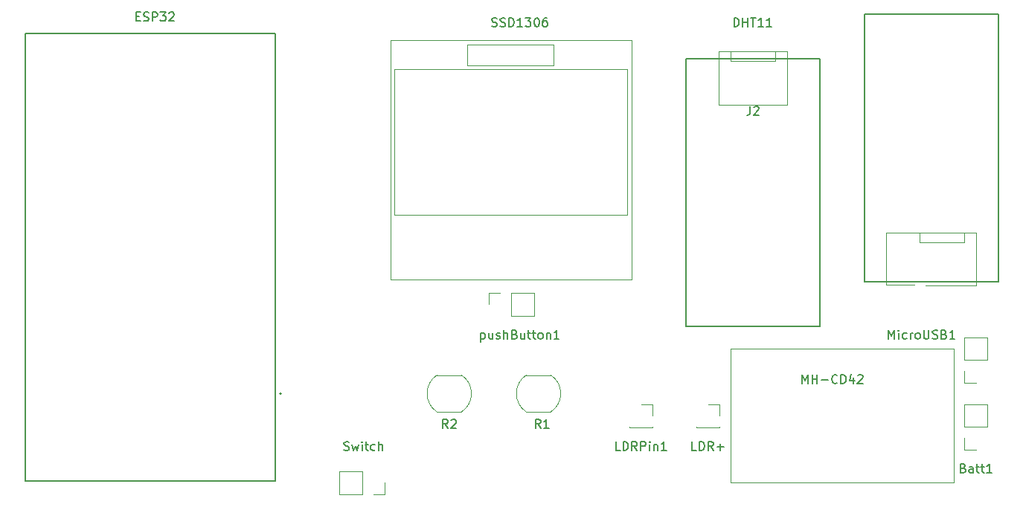
<source format=gbr>
%TF.GenerationSoftware,KiCad,Pcbnew,7.0.9*%
%TF.CreationDate,2023-11-28T16:56:20-05:00*%
%TF.ProjectId,PCB taller de electronica,50434220-7461-46c6-9c65-722064652065,rev?*%
%TF.SameCoordinates,Original*%
%TF.FileFunction,Legend,Top*%
%TF.FilePolarity,Positive*%
%FSLAX46Y46*%
G04 Gerber Fmt 4.6, Leading zero omitted, Abs format (unit mm)*
G04 Created by KiCad (PCBNEW 7.0.9) date 2023-11-28 16:56:20*
%MOMM*%
%LPD*%
G01*
G04 APERTURE LIST*
%ADD10C,0.150000*%
%ADD11C,0.120000*%
%ADD12C,0.127000*%
%ADD13C,0.200000*%
G04 APERTURE END LIST*
D10*
X181440000Y-85420000D02*
X196680000Y-85420000D01*
X196680000Y-115900000D01*
X181440000Y-115900000D01*
X181440000Y-85420000D01*
X201760000Y-80340000D02*
X217000000Y-80340000D01*
X217000000Y-110820000D01*
X201760000Y-110820000D01*
X201760000Y-80340000D01*
X174002857Y-129994819D02*
X173526667Y-129994819D01*
X173526667Y-129994819D02*
X173526667Y-128994819D01*
X174336191Y-129994819D02*
X174336191Y-128994819D01*
X174336191Y-128994819D02*
X174574286Y-128994819D01*
X174574286Y-128994819D02*
X174717143Y-129042438D01*
X174717143Y-129042438D02*
X174812381Y-129137676D01*
X174812381Y-129137676D02*
X174860000Y-129232914D01*
X174860000Y-129232914D02*
X174907619Y-129423390D01*
X174907619Y-129423390D02*
X174907619Y-129566247D01*
X174907619Y-129566247D02*
X174860000Y-129756723D01*
X174860000Y-129756723D02*
X174812381Y-129851961D01*
X174812381Y-129851961D02*
X174717143Y-129947200D01*
X174717143Y-129947200D02*
X174574286Y-129994819D01*
X174574286Y-129994819D02*
X174336191Y-129994819D01*
X175907619Y-129994819D02*
X175574286Y-129518628D01*
X175336191Y-129994819D02*
X175336191Y-128994819D01*
X175336191Y-128994819D02*
X175717143Y-128994819D01*
X175717143Y-128994819D02*
X175812381Y-129042438D01*
X175812381Y-129042438D02*
X175860000Y-129090057D01*
X175860000Y-129090057D02*
X175907619Y-129185295D01*
X175907619Y-129185295D02*
X175907619Y-129328152D01*
X175907619Y-129328152D02*
X175860000Y-129423390D01*
X175860000Y-129423390D02*
X175812381Y-129471009D01*
X175812381Y-129471009D02*
X175717143Y-129518628D01*
X175717143Y-129518628D02*
X175336191Y-129518628D01*
X176336191Y-129994819D02*
X176336191Y-128994819D01*
X176336191Y-128994819D02*
X176717143Y-128994819D01*
X176717143Y-128994819D02*
X176812381Y-129042438D01*
X176812381Y-129042438D02*
X176860000Y-129090057D01*
X176860000Y-129090057D02*
X176907619Y-129185295D01*
X176907619Y-129185295D02*
X176907619Y-129328152D01*
X176907619Y-129328152D02*
X176860000Y-129423390D01*
X176860000Y-129423390D02*
X176812381Y-129471009D01*
X176812381Y-129471009D02*
X176717143Y-129518628D01*
X176717143Y-129518628D02*
X176336191Y-129518628D01*
X177336191Y-129994819D02*
X177336191Y-129328152D01*
X177336191Y-128994819D02*
X177288572Y-129042438D01*
X177288572Y-129042438D02*
X177336191Y-129090057D01*
X177336191Y-129090057D02*
X177383810Y-129042438D01*
X177383810Y-129042438D02*
X177336191Y-128994819D01*
X177336191Y-128994819D02*
X177336191Y-129090057D01*
X177812381Y-129328152D02*
X177812381Y-129994819D01*
X177812381Y-129423390D02*
X177860000Y-129375771D01*
X177860000Y-129375771D02*
X177955238Y-129328152D01*
X177955238Y-129328152D02*
X178098095Y-129328152D01*
X178098095Y-129328152D02*
X178193333Y-129375771D01*
X178193333Y-129375771D02*
X178240952Y-129471009D01*
X178240952Y-129471009D02*
X178240952Y-129994819D01*
X179240952Y-129994819D02*
X178669524Y-129994819D01*
X178955238Y-129994819D02*
X178955238Y-128994819D01*
X178955238Y-128994819D02*
X178860000Y-129137676D01*
X178860000Y-129137676D02*
X178764762Y-129232914D01*
X178764762Y-129232914D02*
X178669524Y-129280533D01*
X194691429Y-122374819D02*
X194691429Y-121374819D01*
X194691429Y-121374819D02*
X195024762Y-122089104D01*
X195024762Y-122089104D02*
X195358095Y-121374819D01*
X195358095Y-121374819D02*
X195358095Y-122374819D01*
X195834286Y-122374819D02*
X195834286Y-121374819D01*
X195834286Y-121851009D02*
X196405714Y-121851009D01*
X196405714Y-122374819D02*
X196405714Y-121374819D01*
X196881905Y-121993866D02*
X197643810Y-121993866D01*
X198691428Y-122279580D02*
X198643809Y-122327200D01*
X198643809Y-122327200D02*
X198500952Y-122374819D01*
X198500952Y-122374819D02*
X198405714Y-122374819D01*
X198405714Y-122374819D02*
X198262857Y-122327200D01*
X198262857Y-122327200D02*
X198167619Y-122231961D01*
X198167619Y-122231961D02*
X198120000Y-122136723D01*
X198120000Y-122136723D02*
X198072381Y-121946247D01*
X198072381Y-121946247D02*
X198072381Y-121803390D01*
X198072381Y-121803390D02*
X198120000Y-121612914D01*
X198120000Y-121612914D02*
X198167619Y-121517676D01*
X198167619Y-121517676D02*
X198262857Y-121422438D01*
X198262857Y-121422438D02*
X198405714Y-121374819D01*
X198405714Y-121374819D02*
X198500952Y-121374819D01*
X198500952Y-121374819D02*
X198643809Y-121422438D01*
X198643809Y-121422438D02*
X198691428Y-121470057D01*
X199120000Y-122374819D02*
X199120000Y-121374819D01*
X199120000Y-121374819D02*
X199358095Y-121374819D01*
X199358095Y-121374819D02*
X199500952Y-121422438D01*
X199500952Y-121422438D02*
X199596190Y-121517676D01*
X199596190Y-121517676D02*
X199643809Y-121612914D01*
X199643809Y-121612914D02*
X199691428Y-121803390D01*
X199691428Y-121803390D02*
X199691428Y-121946247D01*
X199691428Y-121946247D02*
X199643809Y-122136723D01*
X199643809Y-122136723D02*
X199596190Y-122231961D01*
X199596190Y-122231961D02*
X199500952Y-122327200D01*
X199500952Y-122327200D02*
X199358095Y-122374819D01*
X199358095Y-122374819D02*
X199120000Y-122374819D01*
X200548571Y-121708152D02*
X200548571Y-122374819D01*
X200310476Y-121327200D02*
X200072381Y-122041485D01*
X200072381Y-122041485D02*
X200691428Y-122041485D01*
X201024762Y-121470057D02*
X201072381Y-121422438D01*
X201072381Y-121422438D02*
X201167619Y-121374819D01*
X201167619Y-121374819D02*
X201405714Y-121374819D01*
X201405714Y-121374819D02*
X201500952Y-121422438D01*
X201500952Y-121422438D02*
X201548571Y-121470057D01*
X201548571Y-121470057D02*
X201596190Y-121565295D01*
X201596190Y-121565295D02*
X201596190Y-121660533D01*
X201596190Y-121660533D02*
X201548571Y-121803390D01*
X201548571Y-121803390D02*
X200977143Y-122374819D01*
X200977143Y-122374819D02*
X201596190Y-122374819D01*
X188776666Y-90814819D02*
X188776666Y-91529104D01*
X188776666Y-91529104D02*
X188729047Y-91671961D01*
X188729047Y-91671961D02*
X188633809Y-91767200D01*
X188633809Y-91767200D02*
X188490952Y-91814819D01*
X188490952Y-91814819D02*
X188395714Y-91814819D01*
X189205238Y-90910057D02*
X189252857Y-90862438D01*
X189252857Y-90862438D02*
X189348095Y-90814819D01*
X189348095Y-90814819D02*
X189586190Y-90814819D01*
X189586190Y-90814819D02*
X189681428Y-90862438D01*
X189681428Y-90862438D02*
X189729047Y-90910057D01*
X189729047Y-90910057D02*
X189776666Y-91005295D01*
X189776666Y-91005295D02*
X189776666Y-91100533D01*
X189776666Y-91100533D02*
X189729047Y-91243390D01*
X189729047Y-91243390D02*
X189157619Y-91814819D01*
X189157619Y-91814819D02*
X189776666Y-91814819D01*
X186940952Y-81734819D02*
X186940952Y-80734819D01*
X186940952Y-80734819D02*
X187179047Y-80734819D01*
X187179047Y-80734819D02*
X187321904Y-80782438D01*
X187321904Y-80782438D02*
X187417142Y-80877676D01*
X187417142Y-80877676D02*
X187464761Y-80972914D01*
X187464761Y-80972914D02*
X187512380Y-81163390D01*
X187512380Y-81163390D02*
X187512380Y-81306247D01*
X187512380Y-81306247D02*
X187464761Y-81496723D01*
X187464761Y-81496723D02*
X187417142Y-81591961D01*
X187417142Y-81591961D02*
X187321904Y-81687200D01*
X187321904Y-81687200D02*
X187179047Y-81734819D01*
X187179047Y-81734819D02*
X186940952Y-81734819D01*
X187940952Y-81734819D02*
X187940952Y-80734819D01*
X187940952Y-81211009D02*
X188512380Y-81211009D01*
X188512380Y-81734819D02*
X188512380Y-80734819D01*
X188845714Y-80734819D02*
X189417142Y-80734819D01*
X189131428Y-81734819D02*
X189131428Y-80734819D01*
X190274285Y-81734819D02*
X189702857Y-81734819D01*
X189988571Y-81734819D02*
X189988571Y-80734819D01*
X189988571Y-80734819D02*
X189893333Y-80877676D01*
X189893333Y-80877676D02*
X189798095Y-80972914D01*
X189798095Y-80972914D02*
X189702857Y-81020533D01*
X191226666Y-81734819D02*
X190655238Y-81734819D01*
X190940952Y-81734819D02*
X190940952Y-80734819D01*
X190940952Y-80734819D02*
X190845714Y-80877676D01*
X190845714Y-80877676D02*
X190750476Y-80972914D01*
X190750476Y-80972914D02*
X190655238Y-81020533D01*
X182670476Y-129994819D02*
X182194286Y-129994819D01*
X182194286Y-129994819D02*
X182194286Y-128994819D01*
X183003810Y-129994819D02*
X183003810Y-128994819D01*
X183003810Y-128994819D02*
X183241905Y-128994819D01*
X183241905Y-128994819D02*
X183384762Y-129042438D01*
X183384762Y-129042438D02*
X183480000Y-129137676D01*
X183480000Y-129137676D02*
X183527619Y-129232914D01*
X183527619Y-129232914D02*
X183575238Y-129423390D01*
X183575238Y-129423390D02*
X183575238Y-129566247D01*
X183575238Y-129566247D02*
X183527619Y-129756723D01*
X183527619Y-129756723D02*
X183480000Y-129851961D01*
X183480000Y-129851961D02*
X183384762Y-129947200D01*
X183384762Y-129947200D02*
X183241905Y-129994819D01*
X183241905Y-129994819D02*
X183003810Y-129994819D01*
X184575238Y-129994819D02*
X184241905Y-129518628D01*
X184003810Y-129994819D02*
X184003810Y-128994819D01*
X184003810Y-128994819D02*
X184384762Y-128994819D01*
X184384762Y-128994819D02*
X184480000Y-129042438D01*
X184480000Y-129042438D02*
X184527619Y-129090057D01*
X184527619Y-129090057D02*
X184575238Y-129185295D01*
X184575238Y-129185295D02*
X184575238Y-129328152D01*
X184575238Y-129328152D02*
X184527619Y-129423390D01*
X184527619Y-129423390D02*
X184480000Y-129471009D01*
X184480000Y-129471009D02*
X184384762Y-129518628D01*
X184384762Y-129518628D02*
X184003810Y-129518628D01*
X185003810Y-129613866D02*
X185765715Y-129613866D01*
X185384762Y-129994819D02*
X185384762Y-129232914D01*
X154373333Y-127454819D02*
X154040000Y-126978628D01*
X153801905Y-127454819D02*
X153801905Y-126454819D01*
X153801905Y-126454819D02*
X154182857Y-126454819D01*
X154182857Y-126454819D02*
X154278095Y-126502438D01*
X154278095Y-126502438D02*
X154325714Y-126550057D01*
X154325714Y-126550057D02*
X154373333Y-126645295D01*
X154373333Y-126645295D02*
X154373333Y-126788152D01*
X154373333Y-126788152D02*
X154325714Y-126883390D01*
X154325714Y-126883390D02*
X154278095Y-126931009D01*
X154278095Y-126931009D02*
X154182857Y-126978628D01*
X154182857Y-126978628D02*
X153801905Y-126978628D01*
X154754286Y-126550057D02*
X154801905Y-126502438D01*
X154801905Y-126502438D02*
X154897143Y-126454819D01*
X154897143Y-126454819D02*
X155135238Y-126454819D01*
X155135238Y-126454819D02*
X155230476Y-126502438D01*
X155230476Y-126502438D02*
X155278095Y-126550057D01*
X155278095Y-126550057D02*
X155325714Y-126645295D01*
X155325714Y-126645295D02*
X155325714Y-126740533D01*
X155325714Y-126740533D02*
X155278095Y-126883390D01*
X155278095Y-126883390D02*
X154706667Y-127454819D01*
X154706667Y-127454819D02*
X155325714Y-127454819D01*
X164933333Y-127454819D02*
X164600000Y-126978628D01*
X164361905Y-127454819D02*
X164361905Y-126454819D01*
X164361905Y-126454819D02*
X164742857Y-126454819D01*
X164742857Y-126454819D02*
X164838095Y-126502438D01*
X164838095Y-126502438D02*
X164885714Y-126550057D01*
X164885714Y-126550057D02*
X164933333Y-126645295D01*
X164933333Y-126645295D02*
X164933333Y-126788152D01*
X164933333Y-126788152D02*
X164885714Y-126883390D01*
X164885714Y-126883390D02*
X164838095Y-126931009D01*
X164838095Y-126931009D02*
X164742857Y-126978628D01*
X164742857Y-126978628D02*
X164361905Y-126978628D01*
X165885714Y-127454819D02*
X165314286Y-127454819D01*
X165600000Y-127454819D02*
X165600000Y-126454819D01*
X165600000Y-126454819D02*
X165504762Y-126597676D01*
X165504762Y-126597676D02*
X165409524Y-126692914D01*
X165409524Y-126692914D02*
X165314286Y-126740533D01*
X213031428Y-132011009D02*
X213174285Y-132058628D01*
X213174285Y-132058628D02*
X213221904Y-132106247D01*
X213221904Y-132106247D02*
X213269523Y-132201485D01*
X213269523Y-132201485D02*
X213269523Y-132344342D01*
X213269523Y-132344342D02*
X213221904Y-132439580D01*
X213221904Y-132439580D02*
X213174285Y-132487200D01*
X213174285Y-132487200D02*
X213079047Y-132534819D01*
X213079047Y-132534819D02*
X212698095Y-132534819D01*
X212698095Y-132534819D02*
X212698095Y-131534819D01*
X212698095Y-131534819D02*
X213031428Y-131534819D01*
X213031428Y-131534819D02*
X213126666Y-131582438D01*
X213126666Y-131582438D02*
X213174285Y-131630057D01*
X213174285Y-131630057D02*
X213221904Y-131725295D01*
X213221904Y-131725295D02*
X213221904Y-131820533D01*
X213221904Y-131820533D02*
X213174285Y-131915771D01*
X213174285Y-131915771D02*
X213126666Y-131963390D01*
X213126666Y-131963390D02*
X213031428Y-132011009D01*
X213031428Y-132011009D02*
X212698095Y-132011009D01*
X214126666Y-132534819D02*
X214126666Y-132011009D01*
X214126666Y-132011009D02*
X214079047Y-131915771D01*
X214079047Y-131915771D02*
X213983809Y-131868152D01*
X213983809Y-131868152D02*
X213793333Y-131868152D01*
X213793333Y-131868152D02*
X213698095Y-131915771D01*
X214126666Y-132487200D02*
X214031428Y-132534819D01*
X214031428Y-132534819D02*
X213793333Y-132534819D01*
X213793333Y-132534819D02*
X213698095Y-132487200D01*
X213698095Y-132487200D02*
X213650476Y-132391961D01*
X213650476Y-132391961D02*
X213650476Y-132296723D01*
X213650476Y-132296723D02*
X213698095Y-132201485D01*
X213698095Y-132201485D02*
X213793333Y-132153866D01*
X213793333Y-132153866D02*
X214031428Y-132153866D01*
X214031428Y-132153866D02*
X214126666Y-132106247D01*
X214460000Y-131868152D02*
X214840952Y-131868152D01*
X214602857Y-131534819D02*
X214602857Y-132391961D01*
X214602857Y-132391961D02*
X214650476Y-132487200D01*
X214650476Y-132487200D02*
X214745714Y-132534819D01*
X214745714Y-132534819D02*
X214840952Y-132534819D01*
X215031429Y-131868152D02*
X215412381Y-131868152D01*
X215174286Y-131534819D02*
X215174286Y-132391961D01*
X215174286Y-132391961D02*
X215221905Y-132487200D01*
X215221905Y-132487200D02*
X215317143Y-132534819D01*
X215317143Y-132534819D02*
X215412381Y-132534819D01*
X216269524Y-132534819D02*
X215698096Y-132534819D01*
X215983810Y-132534819D02*
X215983810Y-131534819D01*
X215983810Y-131534819D02*
X215888572Y-131677676D01*
X215888572Y-131677676D02*
X215793334Y-131772914D01*
X215793334Y-131772914D02*
X215698096Y-131820533D01*
X142565714Y-129947200D02*
X142708571Y-129994819D01*
X142708571Y-129994819D02*
X142946666Y-129994819D01*
X142946666Y-129994819D02*
X143041904Y-129947200D01*
X143041904Y-129947200D02*
X143089523Y-129899580D01*
X143089523Y-129899580D02*
X143137142Y-129804342D01*
X143137142Y-129804342D02*
X143137142Y-129709104D01*
X143137142Y-129709104D02*
X143089523Y-129613866D01*
X143089523Y-129613866D02*
X143041904Y-129566247D01*
X143041904Y-129566247D02*
X142946666Y-129518628D01*
X142946666Y-129518628D02*
X142756190Y-129471009D01*
X142756190Y-129471009D02*
X142660952Y-129423390D01*
X142660952Y-129423390D02*
X142613333Y-129375771D01*
X142613333Y-129375771D02*
X142565714Y-129280533D01*
X142565714Y-129280533D02*
X142565714Y-129185295D01*
X142565714Y-129185295D02*
X142613333Y-129090057D01*
X142613333Y-129090057D02*
X142660952Y-129042438D01*
X142660952Y-129042438D02*
X142756190Y-128994819D01*
X142756190Y-128994819D02*
X142994285Y-128994819D01*
X142994285Y-128994819D02*
X143137142Y-129042438D01*
X143470476Y-129328152D02*
X143660952Y-129994819D01*
X143660952Y-129994819D02*
X143851428Y-129518628D01*
X143851428Y-129518628D02*
X144041904Y-129994819D01*
X144041904Y-129994819D02*
X144232380Y-129328152D01*
X144613333Y-129994819D02*
X144613333Y-129328152D01*
X144613333Y-128994819D02*
X144565714Y-129042438D01*
X144565714Y-129042438D02*
X144613333Y-129090057D01*
X144613333Y-129090057D02*
X144660952Y-129042438D01*
X144660952Y-129042438D02*
X144613333Y-128994819D01*
X144613333Y-128994819D02*
X144613333Y-129090057D01*
X144946666Y-129328152D02*
X145327618Y-129328152D01*
X145089523Y-128994819D02*
X145089523Y-129851961D01*
X145089523Y-129851961D02*
X145137142Y-129947200D01*
X145137142Y-129947200D02*
X145232380Y-129994819D01*
X145232380Y-129994819D02*
X145327618Y-129994819D01*
X146089523Y-129947200D02*
X145994285Y-129994819D01*
X145994285Y-129994819D02*
X145803809Y-129994819D01*
X145803809Y-129994819D02*
X145708571Y-129947200D01*
X145708571Y-129947200D02*
X145660952Y-129899580D01*
X145660952Y-129899580D02*
X145613333Y-129804342D01*
X145613333Y-129804342D02*
X145613333Y-129518628D01*
X145613333Y-129518628D02*
X145660952Y-129423390D01*
X145660952Y-129423390D02*
X145708571Y-129375771D01*
X145708571Y-129375771D02*
X145803809Y-129328152D01*
X145803809Y-129328152D02*
X145994285Y-129328152D01*
X145994285Y-129328152D02*
X146089523Y-129375771D01*
X146518095Y-129994819D02*
X146518095Y-128994819D01*
X146946666Y-129994819D02*
X146946666Y-129471009D01*
X146946666Y-129471009D02*
X146899047Y-129375771D01*
X146899047Y-129375771D02*
X146803809Y-129328152D01*
X146803809Y-129328152D02*
X146660952Y-129328152D01*
X146660952Y-129328152D02*
X146565714Y-129375771D01*
X146565714Y-129375771D02*
X146518095Y-129423390D01*
X158131428Y-116628152D02*
X158131428Y-117628152D01*
X158131428Y-116675771D02*
X158226666Y-116628152D01*
X158226666Y-116628152D02*
X158417142Y-116628152D01*
X158417142Y-116628152D02*
X158512380Y-116675771D01*
X158512380Y-116675771D02*
X158559999Y-116723390D01*
X158559999Y-116723390D02*
X158607618Y-116818628D01*
X158607618Y-116818628D02*
X158607618Y-117104342D01*
X158607618Y-117104342D02*
X158559999Y-117199580D01*
X158559999Y-117199580D02*
X158512380Y-117247200D01*
X158512380Y-117247200D02*
X158417142Y-117294819D01*
X158417142Y-117294819D02*
X158226666Y-117294819D01*
X158226666Y-117294819D02*
X158131428Y-117247200D01*
X159464761Y-116628152D02*
X159464761Y-117294819D01*
X159036190Y-116628152D02*
X159036190Y-117151961D01*
X159036190Y-117151961D02*
X159083809Y-117247200D01*
X159083809Y-117247200D02*
X159179047Y-117294819D01*
X159179047Y-117294819D02*
X159321904Y-117294819D01*
X159321904Y-117294819D02*
X159417142Y-117247200D01*
X159417142Y-117247200D02*
X159464761Y-117199580D01*
X159893333Y-117247200D02*
X159988571Y-117294819D01*
X159988571Y-117294819D02*
X160179047Y-117294819D01*
X160179047Y-117294819D02*
X160274285Y-117247200D01*
X160274285Y-117247200D02*
X160321904Y-117151961D01*
X160321904Y-117151961D02*
X160321904Y-117104342D01*
X160321904Y-117104342D02*
X160274285Y-117009104D01*
X160274285Y-117009104D02*
X160179047Y-116961485D01*
X160179047Y-116961485D02*
X160036190Y-116961485D01*
X160036190Y-116961485D02*
X159940952Y-116913866D01*
X159940952Y-116913866D02*
X159893333Y-116818628D01*
X159893333Y-116818628D02*
X159893333Y-116771009D01*
X159893333Y-116771009D02*
X159940952Y-116675771D01*
X159940952Y-116675771D02*
X160036190Y-116628152D01*
X160036190Y-116628152D02*
X160179047Y-116628152D01*
X160179047Y-116628152D02*
X160274285Y-116675771D01*
X160750476Y-117294819D02*
X160750476Y-116294819D01*
X161179047Y-117294819D02*
X161179047Y-116771009D01*
X161179047Y-116771009D02*
X161131428Y-116675771D01*
X161131428Y-116675771D02*
X161036190Y-116628152D01*
X161036190Y-116628152D02*
X160893333Y-116628152D01*
X160893333Y-116628152D02*
X160798095Y-116675771D01*
X160798095Y-116675771D02*
X160750476Y-116723390D01*
X161988571Y-116771009D02*
X162131428Y-116818628D01*
X162131428Y-116818628D02*
X162179047Y-116866247D01*
X162179047Y-116866247D02*
X162226666Y-116961485D01*
X162226666Y-116961485D02*
X162226666Y-117104342D01*
X162226666Y-117104342D02*
X162179047Y-117199580D01*
X162179047Y-117199580D02*
X162131428Y-117247200D01*
X162131428Y-117247200D02*
X162036190Y-117294819D01*
X162036190Y-117294819D02*
X161655238Y-117294819D01*
X161655238Y-117294819D02*
X161655238Y-116294819D01*
X161655238Y-116294819D02*
X161988571Y-116294819D01*
X161988571Y-116294819D02*
X162083809Y-116342438D01*
X162083809Y-116342438D02*
X162131428Y-116390057D01*
X162131428Y-116390057D02*
X162179047Y-116485295D01*
X162179047Y-116485295D02*
X162179047Y-116580533D01*
X162179047Y-116580533D02*
X162131428Y-116675771D01*
X162131428Y-116675771D02*
X162083809Y-116723390D01*
X162083809Y-116723390D02*
X161988571Y-116771009D01*
X161988571Y-116771009D02*
X161655238Y-116771009D01*
X163083809Y-116628152D02*
X163083809Y-117294819D01*
X162655238Y-116628152D02*
X162655238Y-117151961D01*
X162655238Y-117151961D02*
X162702857Y-117247200D01*
X162702857Y-117247200D02*
X162798095Y-117294819D01*
X162798095Y-117294819D02*
X162940952Y-117294819D01*
X162940952Y-117294819D02*
X163036190Y-117247200D01*
X163036190Y-117247200D02*
X163083809Y-117199580D01*
X163417143Y-116628152D02*
X163798095Y-116628152D01*
X163560000Y-116294819D02*
X163560000Y-117151961D01*
X163560000Y-117151961D02*
X163607619Y-117247200D01*
X163607619Y-117247200D02*
X163702857Y-117294819D01*
X163702857Y-117294819D02*
X163798095Y-117294819D01*
X163988572Y-116628152D02*
X164369524Y-116628152D01*
X164131429Y-116294819D02*
X164131429Y-117151961D01*
X164131429Y-117151961D02*
X164179048Y-117247200D01*
X164179048Y-117247200D02*
X164274286Y-117294819D01*
X164274286Y-117294819D02*
X164369524Y-117294819D01*
X164845715Y-117294819D02*
X164750477Y-117247200D01*
X164750477Y-117247200D02*
X164702858Y-117199580D01*
X164702858Y-117199580D02*
X164655239Y-117104342D01*
X164655239Y-117104342D02*
X164655239Y-116818628D01*
X164655239Y-116818628D02*
X164702858Y-116723390D01*
X164702858Y-116723390D02*
X164750477Y-116675771D01*
X164750477Y-116675771D02*
X164845715Y-116628152D01*
X164845715Y-116628152D02*
X164988572Y-116628152D01*
X164988572Y-116628152D02*
X165083810Y-116675771D01*
X165083810Y-116675771D02*
X165131429Y-116723390D01*
X165131429Y-116723390D02*
X165179048Y-116818628D01*
X165179048Y-116818628D02*
X165179048Y-117104342D01*
X165179048Y-117104342D02*
X165131429Y-117199580D01*
X165131429Y-117199580D02*
X165083810Y-117247200D01*
X165083810Y-117247200D02*
X164988572Y-117294819D01*
X164988572Y-117294819D02*
X164845715Y-117294819D01*
X165607620Y-116628152D02*
X165607620Y-117294819D01*
X165607620Y-116723390D02*
X165655239Y-116675771D01*
X165655239Y-116675771D02*
X165750477Y-116628152D01*
X165750477Y-116628152D02*
X165893334Y-116628152D01*
X165893334Y-116628152D02*
X165988572Y-116675771D01*
X165988572Y-116675771D02*
X166036191Y-116771009D01*
X166036191Y-116771009D02*
X166036191Y-117294819D01*
X167036191Y-117294819D02*
X166464763Y-117294819D01*
X166750477Y-117294819D02*
X166750477Y-116294819D01*
X166750477Y-116294819D02*
X166655239Y-116437676D01*
X166655239Y-116437676D02*
X166560001Y-116532914D01*
X166560001Y-116532914D02*
X166464763Y-116580533D01*
X204541905Y-117294819D02*
X204541905Y-116294819D01*
X204541905Y-116294819D02*
X204875238Y-117009104D01*
X204875238Y-117009104D02*
X205208571Y-116294819D01*
X205208571Y-116294819D02*
X205208571Y-117294819D01*
X205684762Y-117294819D02*
X205684762Y-116628152D01*
X205684762Y-116294819D02*
X205637143Y-116342438D01*
X205637143Y-116342438D02*
X205684762Y-116390057D01*
X205684762Y-116390057D02*
X205732381Y-116342438D01*
X205732381Y-116342438D02*
X205684762Y-116294819D01*
X205684762Y-116294819D02*
X205684762Y-116390057D01*
X206589523Y-117247200D02*
X206494285Y-117294819D01*
X206494285Y-117294819D02*
X206303809Y-117294819D01*
X206303809Y-117294819D02*
X206208571Y-117247200D01*
X206208571Y-117247200D02*
X206160952Y-117199580D01*
X206160952Y-117199580D02*
X206113333Y-117104342D01*
X206113333Y-117104342D02*
X206113333Y-116818628D01*
X206113333Y-116818628D02*
X206160952Y-116723390D01*
X206160952Y-116723390D02*
X206208571Y-116675771D01*
X206208571Y-116675771D02*
X206303809Y-116628152D01*
X206303809Y-116628152D02*
X206494285Y-116628152D01*
X206494285Y-116628152D02*
X206589523Y-116675771D01*
X207018095Y-117294819D02*
X207018095Y-116628152D01*
X207018095Y-116818628D02*
X207065714Y-116723390D01*
X207065714Y-116723390D02*
X207113333Y-116675771D01*
X207113333Y-116675771D02*
X207208571Y-116628152D01*
X207208571Y-116628152D02*
X207303809Y-116628152D01*
X207780000Y-117294819D02*
X207684762Y-117247200D01*
X207684762Y-117247200D02*
X207637143Y-117199580D01*
X207637143Y-117199580D02*
X207589524Y-117104342D01*
X207589524Y-117104342D02*
X207589524Y-116818628D01*
X207589524Y-116818628D02*
X207637143Y-116723390D01*
X207637143Y-116723390D02*
X207684762Y-116675771D01*
X207684762Y-116675771D02*
X207780000Y-116628152D01*
X207780000Y-116628152D02*
X207922857Y-116628152D01*
X207922857Y-116628152D02*
X208018095Y-116675771D01*
X208018095Y-116675771D02*
X208065714Y-116723390D01*
X208065714Y-116723390D02*
X208113333Y-116818628D01*
X208113333Y-116818628D02*
X208113333Y-117104342D01*
X208113333Y-117104342D02*
X208065714Y-117199580D01*
X208065714Y-117199580D02*
X208018095Y-117247200D01*
X208018095Y-117247200D02*
X207922857Y-117294819D01*
X207922857Y-117294819D02*
X207780000Y-117294819D01*
X208541905Y-116294819D02*
X208541905Y-117104342D01*
X208541905Y-117104342D02*
X208589524Y-117199580D01*
X208589524Y-117199580D02*
X208637143Y-117247200D01*
X208637143Y-117247200D02*
X208732381Y-117294819D01*
X208732381Y-117294819D02*
X208922857Y-117294819D01*
X208922857Y-117294819D02*
X209018095Y-117247200D01*
X209018095Y-117247200D02*
X209065714Y-117199580D01*
X209065714Y-117199580D02*
X209113333Y-117104342D01*
X209113333Y-117104342D02*
X209113333Y-116294819D01*
X209541905Y-117247200D02*
X209684762Y-117294819D01*
X209684762Y-117294819D02*
X209922857Y-117294819D01*
X209922857Y-117294819D02*
X210018095Y-117247200D01*
X210018095Y-117247200D02*
X210065714Y-117199580D01*
X210065714Y-117199580D02*
X210113333Y-117104342D01*
X210113333Y-117104342D02*
X210113333Y-117009104D01*
X210113333Y-117009104D02*
X210065714Y-116913866D01*
X210065714Y-116913866D02*
X210018095Y-116866247D01*
X210018095Y-116866247D02*
X209922857Y-116818628D01*
X209922857Y-116818628D02*
X209732381Y-116771009D01*
X209732381Y-116771009D02*
X209637143Y-116723390D01*
X209637143Y-116723390D02*
X209589524Y-116675771D01*
X209589524Y-116675771D02*
X209541905Y-116580533D01*
X209541905Y-116580533D02*
X209541905Y-116485295D01*
X209541905Y-116485295D02*
X209589524Y-116390057D01*
X209589524Y-116390057D02*
X209637143Y-116342438D01*
X209637143Y-116342438D02*
X209732381Y-116294819D01*
X209732381Y-116294819D02*
X209970476Y-116294819D01*
X209970476Y-116294819D02*
X210113333Y-116342438D01*
X210875238Y-116771009D02*
X211018095Y-116818628D01*
X211018095Y-116818628D02*
X211065714Y-116866247D01*
X211065714Y-116866247D02*
X211113333Y-116961485D01*
X211113333Y-116961485D02*
X211113333Y-117104342D01*
X211113333Y-117104342D02*
X211065714Y-117199580D01*
X211065714Y-117199580D02*
X211018095Y-117247200D01*
X211018095Y-117247200D02*
X210922857Y-117294819D01*
X210922857Y-117294819D02*
X210541905Y-117294819D01*
X210541905Y-117294819D02*
X210541905Y-116294819D01*
X210541905Y-116294819D02*
X210875238Y-116294819D01*
X210875238Y-116294819D02*
X210970476Y-116342438D01*
X210970476Y-116342438D02*
X211018095Y-116390057D01*
X211018095Y-116390057D02*
X211065714Y-116485295D01*
X211065714Y-116485295D02*
X211065714Y-116580533D01*
X211065714Y-116580533D02*
X211018095Y-116675771D01*
X211018095Y-116675771D02*
X210970476Y-116723390D01*
X210970476Y-116723390D02*
X210875238Y-116771009D01*
X210875238Y-116771009D02*
X210541905Y-116771009D01*
X212065714Y-117294819D02*
X211494286Y-117294819D01*
X211780000Y-117294819D02*
X211780000Y-116294819D01*
X211780000Y-116294819D02*
X211684762Y-116437676D01*
X211684762Y-116437676D02*
X211589524Y-116532914D01*
X211589524Y-116532914D02*
X211494286Y-116580533D01*
X159393333Y-81687200D02*
X159536190Y-81734819D01*
X159536190Y-81734819D02*
X159774285Y-81734819D01*
X159774285Y-81734819D02*
X159869523Y-81687200D01*
X159869523Y-81687200D02*
X159917142Y-81639580D01*
X159917142Y-81639580D02*
X159964761Y-81544342D01*
X159964761Y-81544342D02*
X159964761Y-81449104D01*
X159964761Y-81449104D02*
X159917142Y-81353866D01*
X159917142Y-81353866D02*
X159869523Y-81306247D01*
X159869523Y-81306247D02*
X159774285Y-81258628D01*
X159774285Y-81258628D02*
X159583809Y-81211009D01*
X159583809Y-81211009D02*
X159488571Y-81163390D01*
X159488571Y-81163390D02*
X159440952Y-81115771D01*
X159440952Y-81115771D02*
X159393333Y-81020533D01*
X159393333Y-81020533D02*
X159393333Y-80925295D01*
X159393333Y-80925295D02*
X159440952Y-80830057D01*
X159440952Y-80830057D02*
X159488571Y-80782438D01*
X159488571Y-80782438D02*
X159583809Y-80734819D01*
X159583809Y-80734819D02*
X159821904Y-80734819D01*
X159821904Y-80734819D02*
X159964761Y-80782438D01*
X160345714Y-81687200D02*
X160488571Y-81734819D01*
X160488571Y-81734819D02*
X160726666Y-81734819D01*
X160726666Y-81734819D02*
X160821904Y-81687200D01*
X160821904Y-81687200D02*
X160869523Y-81639580D01*
X160869523Y-81639580D02*
X160917142Y-81544342D01*
X160917142Y-81544342D02*
X160917142Y-81449104D01*
X160917142Y-81449104D02*
X160869523Y-81353866D01*
X160869523Y-81353866D02*
X160821904Y-81306247D01*
X160821904Y-81306247D02*
X160726666Y-81258628D01*
X160726666Y-81258628D02*
X160536190Y-81211009D01*
X160536190Y-81211009D02*
X160440952Y-81163390D01*
X160440952Y-81163390D02*
X160393333Y-81115771D01*
X160393333Y-81115771D02*
X160345714Y-81020533D01*
X160345714Y-81020533D02*
X160345714Y-80925295D01*
X160345714Y-80925295D02*
X160393333Y-80830057D01*
X160393333Y-80830057D02*
X160440952Y-80782438D01*
X160440952Y-80782438D02*
X160536190Y-80734819D01*
X160536190Y-80734819D02*
X160774285Y-80734819D01*
X160774285Y-80734819D02*
X160917142Y-80782438D01*
X161345714Y-81734819D02*
X161345714Y-80734819D01*
X161345714Y-80734819D02*
X161583809Y-80734819D01*
X161583809Y-80734819D02*
X161726666Y-80782438D01*
X161726666Y-80782438D02*
X161821904Y-80877676D01*
X161821904Y-80877676D02*
X161869523Y-80972914D01*
X161869523Y-80972914D02*
X161917142Y-81163390D01*
X161917142Y-81163390D02*
X161917142Y-81306247D01*
X161917142Y-81306247D02*
X161869523Y-81496723D01*
X161869523Y-81496723D02*
X161821904Y-81591961D01*
X161821904Y-81591961D02*
X161726666Y-81687200D01*
X161726666Y-81687200D02*
X161583809Y-81734819D01*
X161583809Y-81734819D02*
X161345714Y-81734819D01*
X162869523Y-81734819D02*
X162298095Y-81734819D01*
X162583809Y-81734819D02*
X162583809Y-80734819D01*
X162583809Y-80734819D02*
X162488571Y-80877676D01*
X162488571Y-80877676D02*
X162393333Y-80972914D01*
X162393333Y-80972914D02*
X162298095Y-81020533D01*
X163202857Y-80734819D02*
X163821904Y-80734819D01*
X163821904Y-80734819D02*
X163488571Y-81115771D01*
X163488571Y-81115771D02*
X163631428Y-81115771D01*
X163631428Y-81115771D02*
X163726666Y-81163390D01*
X163726666Y-81163390D02*
X163774285Y-81211009D01*
X163774285Y-81211009D02*
X163821904Y-81306247D01*
X163821904Y-81306247D02*
X163821904Y-81544342D01*
X163821904Y-81544342D02*
X163774285Y-81639580D01*
X163774285Y-81639580D02*
X163726666Y-81687200D01*
X163726666Y-81687200D02*
X163631428Y-81734819D01*
X163631428Y-81734819D02*
X163345714Y-81734819D01*
X163345714Y-81734819D02*
X163250476Y-81687200D01*
X163250476Y-81687200D02*
X163202857Y-81639580D01*
X164440952Y-80734819D02*
X164536190Y-80734819D01*
X164536190Y-80734819D02*
X164631428Y-80782438D01*
X164631428Y-80782438D02*
X164679047Y-80830057D01*
X164679047Y-80830057D02*
X164726666Y-80925295D01*
X164726666Y-80925295D02*
X164774285Y-81115771D01*
X164774285Y-81115771D02*
X164774285Y-81353866D01*
X164774285Y-81353866D02*
X164726666Y-81544342D01*
X164726666Y-81544342D02*
X164679047Y-81639580D01*
X164679047Y-81639580D02*
X164631428Y-81687200D01*
X164631428Y-81687200D02*
X164536190Y-81734819D01*
X164536190Y-81734819D02*
X164440952Y-81734819D01*
X164440952Y-81734819D02*
X164345714Y-81687200D01*
X164345714Y-81687200D02*
X164298095Y-81639580D01*
X164298095Y-81639580D02*
X164250476Y-81544342D01*
X164250476Y-81544342D02*
X164202857Y-81353866D01*
X164202857Y-81353866D02*
X164202857Y-81115771D01*
X164202857Y-81115771D02*
X164250476Y-80925295D01*
X164250476Y-80925295D02*
X164298095Y-80830057D01*
X164298095Y-80830057D02*
X164345714Y-80782438D01*
X164345714Y-80782438D02*
X164440952Y-80734819D01*
X165631428Y-80734819D02*
X165440952Y-80734819D01*
X165440952Y-80734819D02*
X165345714Y-80782438D01*
X165345714Y-80782438D02*
X165298095Y-80830057D01*
X165298095Y-80830057D02*
X165202857Y-80972914D01*
X165202857Y-80972914D02*
X165155238Y-81163390D01*
X165155238Y-81163390D02*
X165155238Y-81544342D01*
X165155238Y-81544342D02*
X165202857Y-81639580D01*
X165202857Y-81639580D02*
X165250476Y-81687200D01*
X165250476Y-81687200D02*
X165345714Y-81734819D01*
X165345714Y-81734819D02*
X165536190Y-81734819D01*
X165536190Y-81734819D02*
X165631428Y-81687200D01*
X165631428Y-81687200D02*
X165679047Y-81639580D01*
X165679047Y-81639580D02*
X165726666Y-81544342D01*
X165726666Y-81544342D02*
X165726666Y-81306247D01*
X165726666Y-81306247D02*
X165679047Y-81211009D01*
X165679047Y-81211009D02*
X165631428Y-81163390D01*
X165631428Y-81163390D02*
X165536190Y-81115771D01*
X165536190Y-81115771D02*
X165345714Y-81115771D01*
X165345714Y-81115771D02*
X165250476Y-81163390D01*
X165250476Y-81163390D02*
X165202857Y-81211009D01*
X165202857Y-81211009D02*
X165155238Y-81306247D01*
X118897143Y-80576009D02*
X119230476Y-80576009D01*
X119373333Y-81099819D02*
X118897143Y-81099819D01*
X118897143Y-81099819D02*
X118897143Y-80099819D01*
X118897143Y-80099819D02*
X119373333Y-80099819D01*
X119754286Y-81052200D02*
X119897143Y-81099819D01*
X119897143Y-81099819D02*
X120135238Y-81099819D01*
X120135238Y-81099819D02*
X120230476Y-81052200D01*
X120230476Y-81052200D02*
X120278095Y-81004580D01*
X120278095Y-81004580D02*
X120325714Y-80909342D01*
X120325714Y-80909342D02*
X120325714Y-80814104D01*
X120325714Y-80814104D02*
X120278095Y-80718866D01*
X120278095Y-80718866D02*
X120230476Y-80671247D01*
X120230476Y-80671247D02*
X120135238Y-80623628D01*
X120135238Y-80623628D02*
X119944762Y-80576009D01*
X119944762Y-80576009D02*
X119849524Y-80528390D01*
X119849524Y-80528390D02*
X119801905Y-80480771D01*
X119801905Y-80480771D02*
X119754286Y-80385533D01*
X119754286Y-80385533D02*
X119754286Y-80290295D01*
X119754286Y-80290295D02*
X119801905Y-80195057D01*
X119801905Y-80195057D02*
X119849524Y-80147438D01*
X119849524Y-80147438D02*
X119944762Y-80099819D01*
X119944762Y-80099819D02*
X120182857Y-80099819D01*
X120182857Y-80099819D02*
X120325714Y-80147438D01*
X120754286Y-81099819D02*
X120754286Y-80099819D01*
X120754286Y-80099819D02*
X121135238Y-80099819D01*
X121135238Y-80099819D02*
X121230476Y-80147438D01*
X121230476Y-80147438D02*
X121278095Y-80195057D01*
X121278095Y-80195057D02*
X121325714Y-80290295D01*
X121325714Y-80290295D02*
X121325714Y-80433152D01*
X121325714Y-80433152D02*
X121278095Y-80528390D01*
X121278095Y-80528390D02*
X121230476Y-80576009D01*
X121230476Y-80576009D02*
X121135238Y-80623628D01*
X121135238Y-80623628D02*
X120754286Y-80623628D01*
X121659048Y-80099819D02*
X122278095Y-80099819D01*
X122278095Y-80099819D02*
X121944762Y-80480771D01*
X121944762Y-80480771D02*
X122087619Y-80480771D01*
X122087619Y-80480771D02*
X122182857Y-80528390D01*
X122182857Y-80528390D02*
X122230476Y-80576009D01*
X122230476Y-80576009D02*
X122278095Y-80671247D01*
X122278095Y-80671247D02*
X122278095Y-80909342D01*
X122278095Y-80909342D02*
X122230476Y-81004580D01*
X122230476Y-81004580D02*
X122182857Y-81052200D01*
X122182857Y-81052200D02*
X122087619Y-81099819D01*
X122087619Y-81099819D02*
X121801905Y-81099819D01*
X121801905Y-81099819D02*
X121706667Y-81052200D01*
X121706667Y-81052200D02*
X121659048Y-81004580D01*
X122659048Y-80195057D02*
X122706667Y-80147438D01*
X122706667Y-80147438D02*
X122801905Y-80099819D01*
X122801905Y-80099819D02*
X123040000Y-80099819D01*
X123040000Y-80099819D02*
X123135238Y-80147438D01*
X123135238Y-80147438D02*
X123182857Y-80195057D01*
X123182857Y-80195057D02*
X123230476Y-80290295D01*
X123230476Y-80290295D02*
X123230476Y-80385533D01*
X123230476Y-80385533D02*
X123182857Y-80528390D01*
X123182857Y-80528390D02*
X122611429Y-81099819D01*
X122611429Y-81099819D02*
X123230476Y-81099819D01*
D11*
%TO.C,LDRPin1*%
X175030000Y-127270000D02*
X175030000Y-127390000D01*
X175030000Y-127390000D02*
X177690000Y-127390000D01*
X176360000Y-124730000D02*
X177690000Y-124730000D01*
X177690000Y-124730000D02*
X177690000Y-126060000D01*
X177690000Y-127270000D02*
X177690000Y-127390000D01*
%TO.C,U2*%
X211920000Y-118440000D02*
X186520000Y-118440000D01*
X186520000Y-118440000D02*
X186520000Y-133680000D01*
X186520000Y-133680000D02*
X211920000Y-133680000D01*
X211920000Y-133680000D02*
X211920000Y-118440000D01*
%TO.C,J2*%
X192960000Y-90610000D02*
X185160000Y-90610000D01*
X192960000Y-84560000D02*
X192960000Y-90610000D01*
X191610000Y-85670000D02*
X186530000Y-85670000D01*
X191610000Y-84660000D02*
X191610000Y-85670000D01*
X186530000Y-85670000D02*
X186530000Y-84660000D01*
X185160000Y-90610000D02*
X185160000Y-84560000D01*
X185160000Y-84560000D02*
X192960000Y-84560000D01*
%TO.C,J1*%
X214530000Y-111180000D02*
X208780000Y-111180000D01*
X214530000Y-105180000D02*
X214530000Y-111180000D01*
X213180000Y-106290000D02*
X208100000Y-106290000D01*
X213180000Y-105280000D02*
X213180000Y-106290000D01*
X208100000Y-106290000D02*
X208100000Y-105280000D01*
X207430000Y-111130000D02*
X204230000Y-111130000D01*
X204230000Y-111130000D02*
X204230000Y-105180000D01*
X204230000Y-105180000D02*
X214530000Y-105180000D01*
%TO.C,LDR+*%
X182650000Y-127270000D02*
X182650000Y-127390000D01*
X182650000Y-127390000D02*
X185310000Y-127390000D01*
X183980000Y-124730000D02*
X185310000Y-124730000D01*
X185310000Y-124730000D02*
X185310000Y-126060000D01*
X185310000Y-127270000D02*
X185310000Y-127390000D01*
%TO.C,R2*%
X155940000Y-125620000D02*
X153140000Y-125620000D01*
X155940000Y-121420000D02*
X153140000Y-121420000D01*
X155926036Y-125629241D02*
G75*
G03*
X155940000Y-121420001I-1386036J2109241D01*
G01*
X153153964Y-121410759D02*
G75*
G03*
X153140000Y-125619999I1386036J-2109241D01*
G01*
%TO.C,R1*%
X163300000Y-121420000D02*
X166100000Y-121420000D01*
X163300000Y-125620000D02*
X166100000Y-125620000D01*
X163313964Y-121410759D02*
G75*
G03*
X163300000Y-125619999I1386036J-2109241D01*
G01*
X166086036Y-125629241D02*
G75*
G03*
X166100000Y-121420001I-1386036J2109241D01*
G01*
%TO.C,Batt1*%
X215790000Y-127330000D02*
X215790000Y-124730000D01*
X215790000Y-127330000D02*
X213130000Y-127330000D01*
X215790000Y-124730000D02*
X213130000Y-124730000D01*
X214460000Y-129930000D02*
X213130000Y-129930000D01*
X213130000Y-129930000D02*
X213130000Y-128600000D01*
X213130000Y-127330000D02*
X213130000Y-124730000D01*
%TO.C,Switch*%
X144610000Y-132350000D02*
X142010000Y-132350000D01*
X144610000Y-132350000D02*
X144610000Y-135010000D01*
X142010000Y-132350000D02*
X142010000Y-135010000D01*
X147210000Y-133680000D02*
X147210000Y-135010000D01*
X147210000Y-135010000D02*
X145880000Y-135010000D01*
X144610000Y-135010000D02*
X142010000Y-135010000D01*
%TO.C,pushButton1*%
X161620000Y-114690000D02*
X164220000Y-114690000D01*
X161620000Y-114690000D02*
X161620000Y-112030000D01*
X164220000Y-114690000D02*
X164220000Y-112030000D01*
X159020000Y-113360000D02*
X159020000Y-112030000D01*
X159020000Y-112030000D02*
X160350000Y-112030000D01*
X161620000Y-112030000D02*
X164220000Y-112030000D01*
%TO.C,MicroUSB1*%
X215790000Y-119710000D02*
X215790000Y-117110000D01*
X215790000Y-119710000D02*
X213130000Y-119710000D01*
X215790000Y-117110000D02*
X213130000Y-117110000D01*
X214460000Y-122310000D02*
X213130000Y-122310000D01*
X213130000Y-122310000D02*
X213130000Y-120980000D01*
X213130000Y-119710000D02*
X213130000Y-117110000D01*
%TO.C,Brd1*%
X147900000Y-83280000D02*
X175300000Y-83280000D01*
X147900000Y-110580000D02*
X147900000Y-83280000D01*
X148322000Y-86575000D02*
X171422000Y-86575000D01*
X148322000Y-103175000D02*
X148322000Y-86575000D01*
X156601000Y-83769000D02*
X156601000Y-86182000D01*
X156601000Y-83769000D02*
X166380000Y-83769000D01*
X166380000Y-83769000D02*
X166380000Y-86182000D01*
X166380000Y-86182000D02*
X156601000Y-86182000D01*
X171422000Y-86575000D02*
X174508000Y-86575000D01*
X171422000Y-103175000D02*
X148322000Y-103175000D01*
X171422000Y-103175000D02*
X174762000Y-103200000D01*
X174762000Y-86563000D02*
X174508000Y-86575000D01*
X174762000Y-103200000D02*
X174762000Y-86563000D01*
X175300000Y-83280000D02*
X175300000Y-110580000D01*
X175300000Y-110580000D02*
X147900000Y-110580000D01*
D12*
%TO.C,U1*%
X134760000Y-133480000D02*
X123691000Y-133480000D01*
X134760000Y-133480000D02*
X106250000Y-133480000D01*
X134760000Y-82530000D02*
X134760000Y-133480000D01*
X134760000Y-82530000D02*
X134760000Y-133480000D01*
X134760000Y-82530000D02*
X129390000Y-82530000D01*
X129390000Y-82530000D02*
X111700000Y-82530000D01*
X123691000Y-133480000D02*
X116980000Y-133480000D01*
X116980000Y-133480000D02*
X106250000Y-133480000D01*
X111700000Y-82530000D02*
X106250000Y-82530000D01*
X106250000Y-133480000D02*
X106250000Y-82530000D01*
X106250000Y-133480000D02*
X106250000Y-82530000D01*
X106250000Y-82530000D02*
X134760000Y-82530000D01*
D13*
X135430000Y-123520000D02*
G75*
G03*
X135430000Y-123520000I-100000J0D01*
G01*
%TD*%
M02*

</source>
